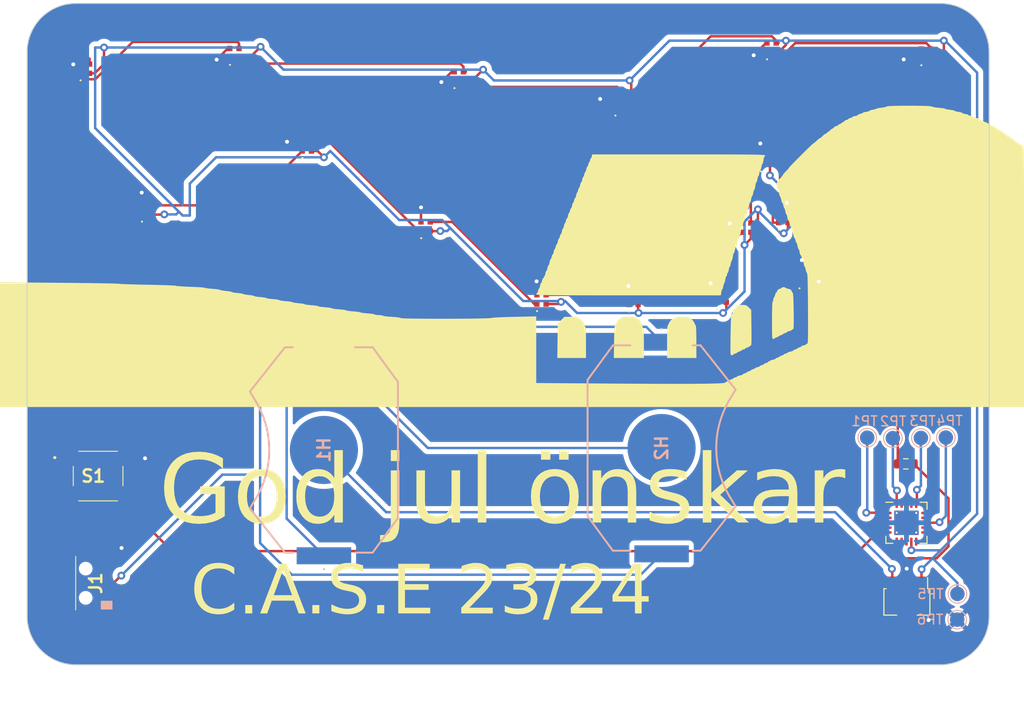
<source format=kicad_pcb>
(kicad_pcb (version 20221018) (generator pcbnew)
  (layers (0 "F.Cu" signal) (31 "B.Cu" signal) (34 "B.Paste" user) (35 "F.Paste" user) (36 "B.SilkS" user "B.Silkscreen") (37 "F.SilkS" user "F.Silkscreen") (38 "B.Mask" user) (39 "F.Mask" user) (44 "Edge.Cuts" user))
  (net 0 "")
  (net 1 "Net-(D1-DOUT)")
  (net 2 "GND")
  (net 3 "Net-(D2-DOUT)")
  (net 4 "Net-(D3-DOUT)")
  (net 5 "Net-(D4-DOUT)")
  (net 6 "Net-(D5-DOUT)")
  (net 7 "Net-(D6-DOUT)")
  (net 8 "Net-(D7-DOUT)")
  (net 9 "Net-(D8-DOUT)")
  (net 10 "Net-(D10-DIN)")
  (net 11 "Net-(D10-DOUT)")
  (net 12 "Net-(D11-DOUT)")
  (net 13 "Net-(D12-DOUT)")
  (net 14 "Net-(D13-DOUT)")
  (net 15 "Net-(D14-DOUT)")
  (net 16 "Net-(D15-DOUT)")
  (net 17 "+6V")
  (net 25 "Net-(U1-PA4)")
  (net 28 "Net-(U1-~{RESET}{slash}PB3)")
  (net 32 "Net-(U1-PA6)")
  (net 38 "Net-(D1-DIN)")
  (net 39 "Net-(U2-IN)")
  (net 40 "Net-(H1-Pad2)")
  (net 41 "Net-(J1-COM)")
  (net 42 "Net-(U1-AREF{slash}PA0)")
  (net 43 "Net-(S1-NO_1)")
  (net 44 "Net-(U1-PA5)")
  (footprint "Library:SK6805EC15" (layer "F.Cu") (at 149.020075 86.619201)
    (fp_text reference "D14" hide)
    (fp_text value "SK6805" hide)
    (pad "1" smd rect (at -0.475 0.475 90) (size 0.55 0.55) (layers "F.Cu" "F.Paste" "F.Mask") (net 14 "Net-(D13-DOUT)"))
    (pad "2" smd rect (at 0.475 0.475 90) (size 0.55 0.55) (layers "F.Cu" "F.Paste" "F.Mask") (net 17 "+6V"))
    (pad "3" smd rect (at 0.475 -0.475 90) (size 0.55 0.55) (layers "F.Cu" "F.Paste" "F.Mask") (net 15 "Net-(D14-DOUT)"))
    (pad "4" smd rect (at -0.475 -0.475 90) (size 0.55 0.55) (layers "F.Cu" "F.Paste" "F.Mask") (net 2 "GND"))
  )
  (footprint "Library:SK6805EC15" (layer "F.Cu") (at 144.538947 100.789957)
    (fp_text reference "D12" hide)
    (fp_text value "SK6805" hide)
    (pad "1" smd rect (at -0.475 0.475 90) (size 0.55 0.55) (layers "F.Cu" "F.Paste" "F.Mask") (net 12 "Net-(D11-DOUT)"))
    (pad "2" smd rect (at 0.475 0.475 90) (size 0.55 0.55) (layers "F.Cu" "F.Paste" "F.Mask") (net 17 "+6V"))
    (pad "3" smd rect (at 0.475 -0.475 90) (size 0.55 0.55) (layers "F.Cu" "F.Paste" "F.Mask") (net 13 "Net-(D12-DOUT)"))
    (pad "4" smd rect (at -0.475 -0.475 90) (size 0.55 0.55) (layers "F.Cu" "F.Paste" "F.Mask") (net 2 "GND"))
  )
  (footprint "Resistor_SMD:R_0603_1608Metric" (layer "F.Cu") (at 163.444654 117.873176 180)
    (fp_text reference "R1" hide)
    (fp_text value "470" hide)
    (pad "1" smd roundrect (at -0.825 0 180) (size 0.8 0.95) (layers "F.Cu" "F.Paste" "F.Mask") (net 42 "Net-(U1-AREF{slash}PA0)"))
    (pad "2" smd roundrect (at 0.825 0 180) (size 0.8 0.95) (layers "F.Cu" "F.Paste" "F.Mask") (net 38 "Net-(D1-DIN)"))
  )
  (footprint "Package_TO_SOT_SMD:SOT-89-3" (layer "F.Cu") (at 163.554247 132.054485 -90)
    (fp_text reference "U2" hide)
    (fp_text value "L78L05_SOT89" hide)
    (pad "1" smd rect (at -1.95 -1.5 270) (size 1.3 0.9) (layers "F.Cu" "F.Paste" "F.Mask") (net 17 "+6V"))
    (pad "2" smd custom (at -1.8625 0 270) (size 1.475 0.9) (layers "F.Cu" "F.Paste" "F.Mask") (net 2 "GND") (options (clearance outline) (anchor rect)) (primitives (gr_poly (pts (xy 3.8625 0.8665) (xy 0.7375 0.8665) (xy 0.7375 -0.8665) (xy 3.8625 -0.8665)) (width 0) (fill yes))))
    (pad "3" smd rect (at -1.95 1.5 270) (size 1.3 0.9) (layers "F.Cu" "F.Paste" "F.Mask") (net 39 "Net-(U2-IN)"))
  )
  (footprint "Library:SK3296S01L1" (layer "F.Cu") (at 80.474644 130.139317 -90)
    (fp_text reference "J1" (at 0 0.225 -90) (layer "F.SilkS") (effects (font (size 1.27 1.27) (thickness 0.254))))
    (fp_text value "SK-3296S-01-L1" hide)
    (pad "" np_thru_hole circle (at -1.5 1.25 270) (size 0.9 0.9) (drill 0.9) (layers "*.Cu" "*.Mask"))
    (pad "" np_thru_hole circle (at 1.5 1.25 270) (size 0.9 0.9) (drill 0.9) (layers "*.Cu" "*.Mask"))
    (pad "1" smd rect (at -2.25 -0.9 270) (size 0.9 1.2) (layers "F.Cu" "F.Paste" "F.Mask") (net 2 "GND"))
    (pad "2" smd rect (at 0.704838 -0.882602 270) (size 0.9 1.2) (layers "F.Cu" "F.Paste" "F.Mask") (net 41 "Net-(J1-COM)"))
    (pad "3" smd rect (at 2.25 -0.9 270) (size 0.9 1.2) (layers "F.Cu" "F.Paste" "B.SilkS" "F.Mask"))
    (pad "MP1" smd rect (at -3.8 0.15 270) (size 0.8 0.9) (layers "F.Cu" "F.Paste" "F.Mask"))
    (pad "MP2" smd rect (at 3.8 0.15 270) (size 0.8 0.9) (layers "F.Cu" "F.Paste" "F.Mask"))
    (pad "MP3" smd rect (at 3.8 2.35 270) (size 0.8 0.9) (layers "F.Cu" "F.Paste" "F.Mask"))
    (pad "MP4" smd rect (at -3.8 2.35 270) (size 0.8 0.9) (layers "F.Cu" "F.Paste" "F.Mask"))
  )
  (footprint "Library:SK6805EC15" (layer "F.Cu") (at 114.130595 93.480523)
    (fp_text reference "D9" hide)
    (fp_text value "SK6805" hide)
    (pad "1" smd rect (at -0.475 0.475 90) (size 0.55 0.55) (layers "F.Cu" "F.Paste" "F.Mask") (net 9 "Net-(D8-DOUT)"))
    (pad "2" smd rect (at 0.475 0.475 90) (size 0.55 0.55) (layers "F.Cu" "F.Paste" "F.Mask") (net 17 "+6V"))
    (pad "3" smd rect (at 0.475 -0.475 90) (size 0.55 0.55) (layers "F.Cu" "F.Paste" "F.Mask") (net 10 "Net-(D10-DIN)"))
    (pad "4" smd rect (at -0.475 -0.475 90) (size 0.55 0.55) (layers "F.Cu" "F.Paste" "F.Mask") (net 2 "GND"))
  )
  (footprint "Library:SK6805EC15" (layer "F.Cu") (at 149.653278 75.098155)
    (fp_text reference "D2" hide)
    (fp_text value "SK6805" hide)
    (pad "1" smd rect (at -0.475 0.475 90) (size 0.55 0.55) (layers "F.Cu" "F.Paste" "F.Mask") (net 1 "Net-(D1-DOUT)"))
    (pad "2" smd rect (at 0.475 0.475 90) (size 0.55 0.55) (layers "F.Cu" "F.Paste" "F.Mask") (net 17 "+6V"))
    (pad "3" smd rect (at 0.475 -0.475 90) (size 0.55 0.55) (layers "F.Cu" "F.Paste" "F.Mask") (net 3 "Net-(D2-DOUT)"))
    (pad "4" smd rect (at -0.475 -0.475 90) (size 0.55 0.55) (layers "F.Cu" "F.Paste" "F.Mask") (net 2 "GND"))
  )
  (footprint "Library:SK6805EC15" (layer "F.Cu") (at 150.864617 92.606466)
    (fp_text reference "D15" hide)
    (fp_text value "SK6805" hide)
    (pad "1" smd rect (at -0.475 0.475 90) (size 0.55 0.55) (layers "F.Cu" "F.Paste" "F.Mask") (net 15 "Net-(D14-DOUT)"))
    (pad "2" smd rect (at 0.475 0.475 90) (size 0.55 0.55) (layers "F.Cu" "F.Paste" "F.Mask") (net 17 "+6V"))
    (pad "3" smd rect (at 0.475 -0.475 90) (size 0.55 0.55) (layers "F.Cu" "F.Paste" "F.Mask") (net 16 "Net-(D15-DOUT)"))
    (pad "4" smd rect (at -0.475 -0.475 90) (size 0.55 0.55) (layers "F.Cu" "F.Paste" "F.Mask") (net 2 "GND"))
  )
  (footprint "Library:SK6805EC15" (layer "F.Cu") (at 101.935621 85.2467)
    (fp_text reference "D8" hide)
    (fp_text value "SK6805" hide)
    (pad "1" smd rect (at -0.475 0.475 90) (size 0.55 0.55) (layers "F.Cu" "F.Paste" "F.Mask") (net 8 "Net-(D7-DOUT)"))
    (pad "2" smd rect (at 0.475 0.475 90) (size 0.55 0.55) (layers "F.Cu" "F.Paste" "F.Mask") (net 17 "+6V"))
    (pad "3" smd rect (at 0.475 -0.475 90) (size 0.55 0.55) (layers "F.Cu" "F.Paste" "F.Mask") (net 9 "Net-(D8-DOUT)"))
    (pad "4" smd rect (at -0.475 -0.475 90) (size 0.55 0.55) (layers "F.Cu" "F.Paste" "F.Mask") (net 2 "GND"))
  )
  (footprint "gra:wwwwwwwwwwwwwwwwww" (layer "F.Cu") (at 122.974251 90.687729)
    (fp_text reference "G***" hide)
    (fp_text value "LOGO" hide)
  )
  (footprint "Package_DFN_QFN:QFN-20-1EP_4x4mm_P0.5mm_EP2.5x2.5mm_ThermalVias" (layer "F.Cu") (at 163.51041 123.922699)
    (fp_text reference "U1" hide)
    (fp_text value "ATtiny44A-M" hide)
    (pad "1" smd roundrect (at -1.9375 -1) (size 0.825 0.25) (layers "F.Cu" "F.Paste" "F.Mask") (net 25 "Net-(U1-PA4)"))
    (pad "2" smd roundrect (at -1.9375 -0.5) (size 0.825 0.25) (layers "F.Cu" "F.Paste" "F.Mask"))
    (pad "3" smd roundrect (at -1.9375 0) (size 0.825 0.25) (layers "F.Cu" "F.Paste" "F.Mask"))
    (pad "4" smd roundrect (at -1.9375 0.5) (size 0.825 0.25) (layers "F.Cu" "F.Paste" "F.Mask") (net 43 "Net-(S1-NO_1)"))
    (pad "5" smd roundrect (at -1.9375 1) (size 0.825 0.25) (layers "F.Cu" "F.Paste" "F.Mask") (net 42 "Net-(U1-AREF{slash}PA0)"))
    (pad "6" smd roundrect (at -1 1.9375) (size 0.25 0.825) (layers "F.Cu" "F.Paste" "F.Mask"))
    (pad "7" smd roundrect (at -0.5 1.9375) (size 0.25 0.825) (layers "F.Cu" "F.Paste" "F.Mask"))
    (pad "8" smd roundrect (at 0 1.9375) (size 0.25 0.825) (layers "F.Cu" "F.Paste" "F.Mask") (net 2 "GND"))
    (pad "9" smd roundrect (at 0.5 1.9375) (size 0.25 0.825) (layers "F.Cu" "F.Paste" "F.Mask") (net 17 "+6V"))
    (pad "10" smd roundrect (at 1 1.9375) (size 0.25 0.825) (layers "F.Cu" "F.Paste" "F.Mask"))
    (pad "11" smd roundrect (at 1.9375 1) (size 0.825 0.25) (layers "F.Cu" "F.Paste" "F.Mask"))
    (pad "12" smd roundrect (at 1.9375 0.5) (size 0.825 0.25) (layers "F.Cu" "F.Paste" "F.Mask"))
    (pad "13" smd roundrect (at 1.9375 0) (size 0.825 0.25) (layers "F.Cu" "F.Paste" "F.Mask") (net 28 "Net-(U1-~{RESET}{slash}PB3)"))
    (pad "14" smd roundrect (at 1.9375 -0.5) (size 0.825 0.25) (layers "F.Cu" "F.Paste" "F.Mask"))
    (pad "15" smd roundrect (at 1.9375 -1) (size 0.825 0.25) (layers "F.Cu" "F.Paste" "F.Mask"))
    (pad "16" smd roundrect (at 1 -1.9375) (size 0.25 0.825) (layers "F.Cu" "F.Paste" "F.Mask") (net 32 "Net-(U1-PA6)"))
    (pad "17" smd roundrect (at 0.5 -1.9375) (size 0.25 0.825) (layers "F.Cu" "F.Paste" "F.Mask"))
    (pad "18" smd roundrect (at 0 -1.9375) (size 0.25 0.825) (layers "F.Cu" "F.Paste" "F.Mask"))
    (pad "19" smd roundrect (at -0.5 -1.9375) (size 0.25 0.825) (layers "F.Cu" "F.Paste" "F.Mask"))
    (pad "20" smd roundrect (at -1 -1.9375) (size 0.25 0.825) (layers "F.Cu" "F.Paste" "F.Mask") (net 44 "Net-(U1-PA5)"))
    (pad "21" thru_hole circle (at -1 -1) (size 0.5 0.5) (drill 0.2) (layers "*.Cu") (net 2 "GND"))
    (pad "21" thru_hole circle (at -1 1) (size 0.5 0.5) (drill 0.2) (layers "*.Cu") (net 2 "GND"))
    (pad "21" smd rect (at 0 0) (size 2.5 2.5) (layers "F.Cu" "F.Mask") (net 2 "GND"))
    (pad "21" smd rect (at 0 0) (size 2.5 2.5) (layers "B.Cu") (net 2 "GND"))
    (pad "21" thru_hole circle (at 1 -1) (size 0.5 0.5) (drill 0.2) (layers "*.Cu") (net 2 "GND"))
    (pad "21" thru_hole circle (at 1 1) (size 0.5 0.5) (drill 0.2) (layers "*.Cu") (net 2 "GND"))
  )
  (footprint "Library:SK6805EC15" (layer "F.Cu") (at 134.070128 80.8776)
    (fp_text reference "D3" hide)
    (fp_text value "SK6805" hide)
    (pad "1" smd rect (at -0.475 0.475 90) (size 0.55 0.55) (layers "F.Cu" "F.Paste" "F.Mask") (net 3 "Net-(D2-DOUT)"))
    (pad "2" smd rect (at 0.475 0.475 90) (size 0.55 0.55) (layers "F.Cu" "F.Paste" "F.Mask") (net 17 "+6V"))
    (pad "3" smd rect (at 0.475 -0.475 90) (size 0.55 0.55) (layers "F.Cu" "F.Paste" "F.Mask") (net 4 "Net-(D3-DOUT)"))
    (pad "4" smd rect (at -0.475 -0.475 90) (size 0.55 0.55) (layers "F.Cu" "F.Paste" "F.Mask") (net 2 "GND"))
  )
  (footprint "Library:SK6805EC15" (layer "F.Cu") (at 94.493551 75.660598)
    (fp_text reference "D5" hide)
    (fp_text value "SK6805" hide)
    (pad "1" smd rect (at -0.475 0.475 90) (size 0.55 0.55) (layers "F.Cu" "F.Paste" "F.Mask") (net 5 "Net-(D4-DOUT)"))
    (pad "2" smd rect (at 0.475 0.475 90) (size 0.55 0.55) (layers "F.Cu" "F.Paste" "F.Mask") (net 17 "+6V"))
    (pad "3" smd rect (at 0.475 -0.475 90) (size 0.55 0.55) (layers "F.Cu" "F.Paste" "F.Mask") (net 6 "Net-(D5-DOUT)"))
    (pad "4" smd rect (at -0.475 -0.475 90) (size 0.55 0.55) (layers "F.Cu" "F.Paste" "F.Mask") (net 2 "GND"))
  )
  (footprint "Library:SK6805EC15" (layer "F.Cu") (at 126.029939 100.9718)
    (fp_text reference "D10" hide)
    (fp_text value "SK6805" hide)
    (pad "1" smd rect (at -0.475 0.475 90) (size 0.55 0.55) (layers "F.Cu" "F.Paste" "F.Mask") (net 10 "Net-(D10-DIN)"))
    (pad "2" smd rect (at 0.475 0.475 90) (size 0.55 0.55) (layers "F.Cu" "F.Paste" "F.Mask") (net 17 "+6V"))
    (pad "3" smd rect (at 0.475 -0.475 90) (size 0.55 0.55) (layers "F.Cu" "F.Paste" "F.Mask") (net 11 "Net-(D10-DOUT)"))
    (pad "4" smd rect (at -0.475 -0.475 90) (size 0.55 0.55) (layers "F.Cu" "F.Paste" "F.Mask") (net 2 "GND"))
  )
  (footprint "Library:SK6805EC15" (layer "F.Cu") (at 165.493092 75.711875)
    (fp_text reference "D1" hide)
    (fp_text value "SK6805" hide)
    (pad "1" smd rect (at -0.475 0.475 90) (size 0.55 0.55) (layers "F.Cu" "F.Paste" "F.Mask") (net 38 "Net-(D1-DIN)"))
    (pad "2" smd rect (at 0.475 0.475 90) (size 0.55 0.55) (layers "F.Cu" "F.Paste" "F.Mask") (net 17 "+6V"))
    (pad "3" smd rect (at 0.475 -0.475 90) (size 0.55 0.55) (layers "F.Cu" "F.Paste" "F.Mask") (net 1 "Net-(D1-DOUT)"))
    (pad "4" smd rect (at -0.475 -0.475 90) (size 0.55 0.55) (layers "F.Cu" "F.Paste" "F.Mask") (net 2 "GND"))
  )
  (footprint "Library:TS1187ABAB" (layer "F.Cu") (at 80.499405 119.124277)
    (fp_text reference "S1" (at -0.5 0) (layer "F.SilkS") (effects (font (size 1.27 1.27) (thickness 0.254))))
    (fp_text value "TS-1187A-B-A-B" hide)
    (pad "A1" smd rect (at -3 -1.875 90) (size 0.75 1) (layers "F.Cu" "F.Paste" "F.Mask") (net 2 "GND"))
    (pad "B1" smd rect (at 3 -1.875 90) (size 0.75 1) (layers "F.Cu" "F.Paste" "F.Mask") (net 2 "GND"))
    (pad "C1" smd rect (at -3 1.875 90) (size 0.75 1) (layers "F.Cu" "F.Paste" "F.Mask") (net 43 "Net-(S1-NO_1)"))
    (pad "D1" smd rect (at 3 1.875 90) (size 0.75 1) (layers "F.Cu" "F.Paste" "F.Mask") (net 43 "Net-(S1-NO_1)"))
  )
  (footprint "Library:SK6805EC15" (layer "F.Cu") (at 85.452863 91.778432)
    (fp_text reference "D7" hide)
    (fp_text value "SK6805" hide)
    (pad "1" smd rect (at -0.475 0.475 90) (size 0.55 0.55) (layers "F.Cu" "F.Paste" "F.Mask") (net 7 "Net-(D6-DOUT)"))
    (pad "2" smd rect (at 0.475 0.475 90) (size 0.55 0.55) (layers "F.Cu" "F.Paste" "F.Mask") (net 17 "+6V"))
    (pad "3" smd rect (at 0.475 -0.475 90) (size 0.55 0.55) (layers "F.Cu" "F.Paste" "F.Mask") (net 8 "Net-(D7-DOUT)"))
    (pad "4" smd rect (at -0.475 -0.475 90) (size 0.55 0.55) (layers "F.Cu" "F.Paste" "F.Mask") (net 2 "GND"))
  )
  (footprint "Library:SK6805EC15" (layer "F.Cu") (at 147.055928 93.593768)
    (fp_text reference "D13" hide)
    (fp_text value "SK6805" hide)
    (pad "1" smd rect (at -0.475 0.475 90) (size 0.55 0.55) (layers "F.Cu" "F.Paste" "F.Mask") (net 13 "Net-(D12-DOUT)"))
    (pad "2" smd rect (at 0.475 0.475 90) (size 0.55 0.55) (layers "F.Cu" "F.Paste" "F.Mask") (net 17 "+6V"))
    (pad "3" smd rect (at 0.475 -0.475 90) (size 0.55 0.55) (layers "F.Cu" "F.Paste" "F.Mask") (net 14 "Net-(D13-DOUT)"))
    (pad "4" smd rect (at -0.475 -0.475 90) (size 0.55 0.55) (layers "F.Cu" "F.Paste" "F.Mask") (net 2 "GND"))
  )
  (footprint "Library:SK6805EC15" (layer "F.Cu") (at 117.541637 78.057412)
    (fp_text reference "D4" hide)
    (fp_text value "SK6805" hide)
    (pad "1" smd rect (at -0.475 0.475 90) (size 0.55 0.55) (layers "F.Cu" "F.Paste" "F.Mask") (net 4 "Net-(D3-DOUT)"))
    (pad "2" smd rect (at 0.475 0.475 90) (size 0.55 0.55) (layers "F.Cu" "F.Paste" "F.Mask") (net 17 "+6V"))
    (pad "3" smd rect (at 0.475 -0.475 90) (size 0.55 0.55) (layers "F.Cu" "F.Paste" "F.Mask") (net 5 "Net-(D4-DOUT)"))
    (pad "4" smd rect (at -0.475 -0.475 90) (size 0.55 0.55) (layers "F.Cu" "F.Paste" "F.Mask") (net 2 "GND"))
  )
  (footprint "Library:SK6805EC15" (layer "F.Cu") (at 79.148571 77.260787)
    (fp_text reference "D6" hide)
    (fp_text value "SK6805" hide)
    (pad "1" smd rect (at -0.475 0.475 90) (size 0.55 0.55) (layers "F.Cu" "F.Paste" "F.Mask") (net 6 "Net-(D5-DOUT)"))
    (pad "2" smd rect (at 0.475 0.475 90) (size 0.55 0.55) (layers "F.Cu" "F.Paste" "F.Mask") (net 17 "+6V"))
    (pad "3" smd rect (at 0.475 -0.475 90) (size 0.55 0.55) (layers "F.Cu" "F.Paste" "F.Mask") (net 7 "Net-(D6-DOUT)"))
    (pad "4" smd rect (at -0.475 -0.475 90) (size 0.55 0.55) (layers "F.Cu" "F.Paste" "F.Mask") (net 2 "GND"))
  )
  (footprint "Library:SK6805EC15" (layer "F.Cu") (at 152.975158 98.63382)
    (fp_text reference "D16" hide)
    (fp_text value "SK6805" hide)
    (pad "1" smd rect (at -0.475 0.475 90) (size 0.55 0.55) (layers "F.Cu" "F.Paste" "F.Mask") (net 16 "Net-(D15-DOUT)"))
    (pad "2" smd rect (at 0.475 0.475 90) (size 0.55 0.55) (layers "F.Cu" "F.Paste" "F.Mask") (net 17 "+6V"))
    (pad "3" smd rect (at 0.475 -0.475 90) (size 0.55 0.55) (layers "F.Cu" "F.Paste" "F.Mask"))
    (pad "4" smd rect (at -0.475 -0.475 90) (size 0.55 0.55) (layers "F.Cu" "F.Paste" "F.Mask") (net 2 "GND"))
  )
  (footprint "Library:SK6805EC15" (layer "F.Cu") (at 135.479275 101.010766)
    (fp_text reference "D11" hide)
    (fp_text value "SK6805" hide)
    (pad "1" smd rect (at -0.475 0.475 90) (size 0.55 0.55) (layers "F.Cu" "F.Paste" "F.Mask") (net 11 "Net-(D10-DOUT)"))
    (pad "2" smd rect (at 0.475 0.475 90) (size 0.55 0.55) (layers "F.Cu" "F.Paste" "F.Mask") (net 17 "+6V"))
    (pad "3" smd rect (at 0.475 -0.475 90) (size 0.55 0.55) (layers "F.Cu" "F.Paste" "F.Mask") (net 12 "Net-(D11-DOUT)"))
    (pad "4" smd rect (at -0.475 -0.475 90) (size 0.55 0.55) (layers "F.Cu" "F.Paste" "F.Mask") (net 2 "GND"))
  )
  (footprint "TestPoint:TestPoint_Pad_D1.5mm" (layer "B.Cu") (at 162.113832 115.229697 180)
    (fp_text reference "TP2" (at -0.027766 1.728335) (layer "B.SilkS") (effects (justify mirror)))
    (fp_text value "TestPoint2" hide)
    (pad "1" smd circle (at 0 0 180) (size 1.5 1.5) (layers "B.Cu" "B.Mask") (net 44 "Net-(U1-PA5)"))
  )
  (footprint "TestPoint:TestPoint_Pad_D1.5mm" (layer "B.Cu") (at 164.99199 115.209818 180)
    (fp_text reference "TP3" (at -0.176132 1.739183) (layer "B.SilkS") (effects (justify mirror)))
    (fp_text value "TestPoint3" hide)
    (pad "1" smd circle (at 0 0 180) (size 1.5 1.5) (layers "B.Cu" "B.Mask") (net 32 "Net-(U1-PA6)"))
  )
  (footprint "TestPoint:TestPoint_Pad_D1.5mm" (layer "B.Cu") (at 159.481769 115.179092 180)
    (fp_text reference "TP1" (at 0.274518 1.693093) (layer "B.SilkS") (effects (justify mirror)))
    (fp_text value "TestPoint1" hide)
    (pad "1" smd circle (at 0 0 180) (size 1.5 1.5) (layers "B.Cu" "B.Mask") (net 25 "Net-(U1-PA4)"))
  )
  (footprint "TestPoint:TestPoint_Pad_D1.5mm" (layer "B.Cu") (at 168.723366 133.881067 180)
    (fp_text reference "TP6" (at 2.78709 0.008275) (layer "B.SilkS") (effects (justify mirror)))
    (fp_text value "TestPoint6" hide)
    (pad "1" smd circle (at 0 0 180) (size 1.5 1.5) (layers "B.Cu" "B.Mask") (net 2 "GND"))
  )
  (footprint "Library:MY203208" (layer "B.Cu") (at 103.688766 116.441816 90)
    (fp_text reference "H1" (at 0 0 90) (layer "B.SilkS") (effects (font (size 1.27 1.27) (thickness 0.254)) (justify mirror)))
    (fp_text value "MY-2032-08" hide)
    (pad "1" smd circle (at 0 0 90) (size 7 7) (layers "B.Cu" "B.Paste" "B.Mask") (net 39 "Net-(U2-IN)"))
    (pad "2" smd rect (at -10.875 0 90) (size 1.75 5.6) (layers "B.Cu" "B.Paste" "B.Mask") (net 40 "Net-(H1-Pad2)"))
    (pad "2" smd rect (at 10.875 0 90) (size 1.75 5.6) (layers "B.Cu" "B.Paste" "B.Mask") (net 40 "Net-(H1-Pad2)"))
  )
  (footprint "TestPoint:TestPoint_Pad_D1.5mm" (layer "B.Cu") (at 168.74385 131.234067 180)
    (fp_text reference "TP5" (at 2.761485 -0.01164) (layer "B.SilkS") (effects (justify mirror)))
    (fp_text value "TestPoint5" hide)
    (pad "1" smd circle (at 0 0 180) (size 1.5 1.5) (layers "B.Cu" "B.Mask") (net 17 "+6V"))
  )
  (footprint "TestPoint:TestPoint_Pad_D1.5mm" (layer "B.Cu") (at 167.552501 115.16885 180)
    (fp_text reference "TP4" (at -0.380974 1.728941) (layer "B.SilkS") (effects (justify mirror)))
    (fp_text value "TestPoint4" hide)
    (pad "1" smd circle (at 0 0 180) (size 1.5 1.5) (layers "B.Cu" "B.Mask") (net 28 "Net-(U1-~{RESET}{slash}PB3)"))
  )
  (footprint "Library:MY203208" (layer "B.Cu") (at 138.364228 116.242865 -90)
    (fp_text reference "H2" (at 0 0 90) (layer "B.SilkS") (effects (font (size 1.27 1.27) (thickness 0.254)) (justify mirror)))
    (fp_text value "MY-2032-08" hide)
    (pad "1" smd circle (at 0 0 270) (size 7 7) (layers "B.Cu" "B.Paste" "B.Mask") (net 40 "Net-(H1-Pad2)"))
    (pad "2" smd rect (at -10.875 0 270) (size 1.75 5.6) (layers "B.Cu" "B.Paste" "B.Mask") (net 41 "Net-(J1-COM)"))
    (pad "2" smd rect (at 10.875 0 270) (size 1.75 5.6) (layers "B.Cu" "B.Paste" "B.Mask") (net 41 "Net-(J1-COM)"))
  )
  (gr_arc (start 73.202279 75.548154) (mid 74.666746 72.012621) (end 78.202279 70.548154) (stroke (width 0.1)) (layer "Edge.Cuts"))
  (gr_line (start 73.202279 75.548154) (end 73.202279 133.519994) (stroke (width 0.1)) (layer "Edge.Cuts"))
  (gr_arc (start 78.202279 138.519994) (mid 74.666758 137.055523) (end 73.202279 133.519994) (stroke (width 0.1)) (layer "Edge.Cuts"))
  (gr_line (start 167.009027 70.548154) (end 78.202279 70.548154) (stroke (width 0.1)) (layer "Edge.Cuts"))
  (gr_arc (start 172.009027 133.519994) (mid 170.544568 137.055549) (end 167.009027 138.519994) (stroke (width 0.1)) (layer "Edge.Cuts"))
  (gr_arc (start 167.009027 70.548154) (mid 170.544522 72.012635) (end 172.009027 75.548154) (stroke (width 0.1)) (layer "Edge.Cuts"))
  (gr_line (start 172.009027 133.519994) (end 172.009027 75.548154) (stroke (width 0.1)) (layer "Edge.Cuts"))
  (gr_line (start 78.202279 138.519994) (end 167.009027 138.519994) (stroke (width 0.1)) (layer "Edge.Cuts"))
  (gr_text "C.A.S.E 23/24" (at 89.977554 134.0892) (layer "F.SilkS") (effects (font (size 5 5)) (justify left bottom)))
  (gr_text "God jul önskar" (at 121.977554 125.0892) (layer "F.SilkS") (effects (font (size 7 7)) (justify bottom)))
  (segment (start 149.178278 76.138845) (end 149.178278 75.573155) (width 0.25) (layer "F.Cu") (net 1))
  (segment (start 152.082905 74.636875) (end 150.546625 76.173155) (width 0.25) (layer "F.Cu") (net 1))
  (segment (start 165.968092 75.052367) (end 165.5526 74.636875) (width 0.25) (layer "F.Cu") (net 1))
  (segment (start 165.968092 75.236875) (end 165.968092 75.052367) (width 0.25) (layer "F.Cu") (net 1))
  (segment (start 149.212588 76.173155) (end 149.178278 76.138845) (width 0.25) (layer "F.Cu") (net 1))
  (segment (start 165.5526 74.636875) (end 152.082905 74.636875) (width 0.25) (layer "F.Cu") (net 1))
  (segment (start 150.546625 76.173155) (end 149.212588 76.173155) (width 0.25) (layer "F.Cu") (net 1))
  (segment (start 133.595128 80.4026) (end 132.084008 80.4026) (width 0.25) (layer "F.Cu") (net 2))
  (segment (start 83.499405 117.249277) (end 85.270627 117.249277) (width 0.25) (layer "F.Cu") (net 2))
  (segment (start 149.083089 74.623155) (end 147.824793 75.881451) (width 0.25) (layer "F.Cu") (net 2))
  (segment (start 152.500158 97.203178) (end 152.770079 96.933257) (width 0.25) (layer "F.Cu") (net 2))
  (segment (start 113.655595 93.005523) (end 113.655595 91.523) (width 0.25) (layer "F.Cu") (net 2))
  (segment (start 149.178278 74.623155) (end 149.083089 74.623155) (width 0.25) (layer "F.Cu") (net 2))
  (segment (start 99.904356 84.7717) (end 99.900167 84.767511) (width 0.25) (layer "F.Cu") (net 2))
  (segment (start 144.063947 99.963593) (end 143.403227 99.302873) (width 0.25) (layer "F.Cu") (net 2))
  (segment (start 148.545075 84.98983) (end 148.503053 84.947808) (width 0.25) (layer "F.Cu") (net 2))
  (segment (start 93.813423 75.185598) (end 92.671121 76.3279) (width 0.25) (layer "F.Cu") (net 2))
  (segment (start 78.673571 76.785787) (end 77.981284 76.785787) (width 0.25) (layer "F.Cu") (net 2))
  (segment (start 77.981284 76.785787) (end 77.948335 76.818736) (width 0.25) (layer "F.Cu") (net 2))
  (segment (start 81.374644 127.889317) (end 81.533126 127.889317) (width 0.25) (layer "F.Cu") (net 2))
  (segment (start 152.500158 98.15882) (end 152.500158 97.203178) (width 0.25) (layer "F.Cu") (net 2))
  (segment (start 145.397576 93.118768) (end 145.35215 93.164194) (width 0.25) (layer "F.Cu") (net 2))
  (segment (start 132.084008 80.4026) (end 132.05311 80.371702) (width 0.25) (layer "F.Cu") (net 2))
  (segment (start 81.533126 127.889317) (end 82.907011 126.515432) (width 0.25) (layer "F.Cu") (net 2))
  (segment (start 113.655595 91.523) (end 113.662829 91.515766) (width 0.25) (layer "F.Cu") (net 2))
  (segment (start 135.004275 99.635442) (end 134.963616 99.594783) (width 0.25) (layer "F.Cu") (net 2))
  (segment (start 163.51041 125.860199) (end 163.51041 123.922699) (width 0.25) (layer "F.Cu") (net 2))
  (segment (start 77.499405 117.249277) (end 83.499405 117.249277) (width 0.25) (layer "F.Cu") (net 2))
  (segment (start 84.977863 89.996713) (end 84.978455 89.996121) (width 0.25) (layer "F.Cu") (net 2))
  (segment (start 150.389617 91.878559) (end 151.221584 91.046592) (width 0.25) (layer "F.Cu") (net 2))
  (segment (start 150.389617 92.131466) (end 150.389617 91.878559) (width 0.25) (layer "F.Cu") (net 2))
  (segment (start 164.301152 75.236875) (end 163.227298 76.310729) (width 0.25) (layer "F.Cu") (net 2))
  (segment (start 84.977863 91.303432) (end 84.977863 89.996713) (width 0.25) (layer "F.Cu") (net 2))
  (segment (start 163.554247 131.707178) (end 163.554247 130.191985) (width 0.25) (layer "F.Cu") (net 2))
  (segment (start 135.004275 100.535766) (end 135.004275 99.635442) (width 0.25) (layer "F.Cu") (net 2))
  (segment (start 94.018551 75.185598) (end 93.813423 75.185598) (width 0.25) (layer "F.Cu") (net 2))
  (segment (start 165.776691 133.929622) (end 163.554247 131.707178) (width 0.25) (layer "F.Cu") (net 2))
  (segment (start 144.063947 100.314957) (end 144.063947 99.963593) (width 0.25) (layer "F.Cu") (net 2))
  (segment (start 165.018092 75.236875) (end 164.301152 75.236875) (width 0.25) (layer "F.Cu") (net 2))
  (segment (start 146.580928 93.118768) (end 145.397576 93.118768) (width 0.25) (layer "F.Cu") (net 2))
  (segment (start 85.270627 117.249277) (end 85.318686 117.297336) (width 0.25) (layer "F.Cu") (net 2))
  (segment (start 101.460621 84.7717) (end 99.904356 84.7717) (width 0.25) (layer "F.Cu") (net 2))
  (segment (start 163.554247 128.655485) (end 163.536387 128.637625) (width 0.25) (layer "F.Cu") (net 2))
  (segment (start 125.554939 99.14085) (end 125.52808 99.113991) (width 0.25) (layer "F.Cu") (net 2))
  (segment (start 125.554939 100.4968) (end 125.554939 99.14085) (width 0.25) (layer "F.Cu") (net 2))
  (segment (start 163.554247 130.191985) (end 163.554247 128.655485) (width 0.25) (layer "F.Cu") (net 2))
  (segment (start 148.545075 86.144201) (end 148.545075 84.98983) (width 0.25) (layer "F.Cu") (net 2))
  (segment (start 117.066637 77.582412) (end 116.804127 77.582412) (width 0.25) (layer "F.Cu") (net 2))
  (segment (start 116.804127 77.582412) (end 115.749121 78.637418) (width 0.25) (layer "F.Cu") (net 2))
  (via (at 84.978455 89.996121) (size 0.8) (drill 0.4) (layers "F.Cu" "B.Cu") (net 2))
  (via (at 113.662829 91.515766) (size 0.8) (drill 0.4) (layers "F.Cu" "B.Cu") (net 2))
  (via (at 77.948335 76.818736) (size 0.8) (drill 0.4) (layers "F.Cu" "B.Cu") (net 2))
  (via (at 82.907011 126.515432) (size 0.8) (drill 0.4) (layers "F.Cu" "B.Cu") (net 2))
  (via (at 85.318686 117.297336) (size 0.8) (drill 0.4) (layers "F.Cu" "B.Cu") (net 2))
  (via (at 148.503053 84.947808) (size 0.8) (drill 0.4) (layers "F.Cu" "B.Cu") (net 2))
  (via (at 152.770079 96.933257) (size 0.8) (drill 0.4) (layers "F.Cu" "B.Cu") (net 2))
  (via (at 132.05311 80.371702) (size 0.8) (drill 0.4) (layers "F.Cu" "B.Cu") (net 2))
  (via (at 145.35215 93.164194) (size 0.8) (drill 0.4) (layers "F.Cu" "B.Cu") (net 2))
  (via (at 134.963616 99.594783) (size 0.8) (drill 0.4) (layers "F.Cu" "B.Cu") (net 2))
  (via (at 165.776691 133.929622) (size 0.8) (drill 0.4) (layers "F.Cu" "B.Cu") (net 2))
  (via (at 92.671121 76.3279) (size 0.8) (drill 0.4) (layers "F.Cu" "B.Cu") (net 2))
  (via (at 147.824793 75.881451) (size 0.8) (drill 0.4) (layers "F.Cu" "B.Cu") (net 2))
  (via (at 143.403227 99.302873) (size 0.8) (drill 0.4) (layers "F.Cu" "B.Cu") (net 2))
  (via (at 163.536387 128.637625) (size 0.8) (drill 0.4) (layers "F.Cu" "B.Cu") (net 2))
  (via (at 163.227298 76.310729) (size 0.8) (drill 0.4) (layers "F.Cu" "B.Cu") (net 2))
  (via (at 125.52808 99.113991) (size 0.8) (drill 0.4) (layers "F.Cu" "B.Cu") (net 2))
  (via (at 99.900167 84.767511) (size 0.8) (drill 0.4) (layers "F.Cu" "B.Cu") (net 2))
  (via (at 151.221584 91.046592) (size 0.8) (drill 0.4) (layers "F.Cu" "B.Cu") (net 2))
  (via (at 115.749121 78.637418) (size 0.8) (drill 0.4) (layers "F.Cu" "B.Cu") (net 2))
  (segment (start 165.825246 133.881067) (end 165.776691 133.929622) (width 0.25) (layer "B.Cu") (net 2))
  (segment (start 150.378278 74.623155) (end 150.128278 74.623155) (width 0.25) (layer "F.Cu") (net 3))
  (segment (start 149.68479 73.929667) (end 143.412343 73.929667) (width 0.25) (layer "F.Cu") (net 3))
  (segment (start 150.128278 74.623155) (end 150.128278 74.373155) (width 0.25) (layer "F.Cu") (net 3))
  (segment (start 133.879079 82.161551) (end 133.595128 81.8776) (width 0.25) (layer "F.Cu") (net 3))
  (segment (start 143.412343 73.929667) (end 135.180459 82.161551) (width 0.25) (layer "F.Cu") (net 3))
  (segment (start 133.595128 81.8776) (end 133.595128 81.3526) (width 0.25) (layer "F.Cu") (net 3))
  (segment (start 150.128278 74.373155) (end 149.68479 73.929667) (width 0.25) (layer "F.Cu") (net 3))
  (segment (start 135.180459 82.161551) (end 133.879079 82.161551) (width 0.25) (layer "F.Cu") (net 3))
  (segment (start 133.79994 79.132412) (end 117.141637 79.132412) (width 0.25) (layer "F.Cu") (net 4))
  (segment (start 117.141637 79.132412) (end 117.066637 79.057412) (width 0.25) (layer "F.Cu") (net 4))
  (segment (start 134.545128 79.8776) (end 133.79994 79.132412) (width 0.25) (layer "F.Cu") (net 4))
  (segment (start 117.066637 79.057412) (end 117.066637 78.532412) (width 0.25) (layer "F.Cu") (net 4))
  (segment (start 134.545128 80.4026) (end 134.545128 79.8776) (width 0.25) (layer "F.Cu") (net 4))
  (segment (start 118.016637 77.057412) (end 117.694823 76.735598) (width 0.25) (layer "F.Cu") (net 5))
  (segment (start 117.694823 76.735598) (end 94.153445 76.735598) (width 0.25) (layer "F.Cu") (net 5))
  (segment (start 118.016637 77.582412) (end 118.016637 77.057412) (width 0.25) (layer "F.Cu") (net 5))
  (segment (start 94.153445 76.735598) (end 94.018551 76.600704) (width 0.25) (layer "F.Cu") (net 5))
  (segment (start 94.018551 76.600704) (end 94.018551 76.135598) (width 0.25) (layer "F.Cu") (net 5))
  (segment (start 118.266637 77.582412) (end 118.016637 77.582412) (width 0.25) (layer "F.Cu") (net 5))
  (segment (start 94.968551 74.660598) (end 94.817145 74.509192) (width 0.25) (layer "F.Cu") (net 6))
  (segment (start 94.817145 74.509192) (end 84.050166 74.509192) (width 0.25) (layer "F.Cu") (net 6))
  (segment (start 80.212418 78.34694) (end 78.759724 78.34694) (width 0.25) (layer "F.Cu") (net 6))
  (segment (start 78.759724 78.34694) (end 78.673571 78.260787) (width 0.25) (layer "F.Cu") (net 6))
  (segment (start 84.050166 74.509192) (end 80.212418 78.34694) (width 0.25) (layer "F.Cu") (net 6))
  (segment (start 78.673571 78.260787) (end 78.673571 77.735787) (width 0.25) (layer "F.Cu") (net 6))
  (segment (start 94.968551 75.185598) (end 94.968551 74.660598) (width 0.25) (layer "F.Cu") (net 6))
  (segment (start 77.174176 76.568296) (end 77.174176 84.699745) (width 0.25) (layer "F.Cu") (net 7))
  (segment (start 84.727863 92.253432) (end 84.977863 92.253432) (width 0.25) (layer "F.Cu") (net 7))
  (segment (start 79.09828 75.735496) (end 78.006976 75.735496) (width 0.25) (layer "F.Cu") (net 7))
  (segment (start 79.623571 76.785787) (end 79.623571 76.260787) (width 0.25) (layer "F.Cu") (net 7))
  (segment (start 77.174176 84.699745) (end 84.727863 92.253432) (width 0.25) (layer "F.Cu") (net 7))
  (segment (start 78.006976 75.735496) (end 77.174176 76.568296) (width 0.25) (layer "F.Cu") (net 7))
  (segment (start 79.623571 76.260787) (end 79.09828 75.735496) (width 0.25) (layer "F.Cu") (net 7))
  (segment (start 95.878889 91.303432) (end 101.460621 85.7217) (width 0.25) (layer "F.Cu") (net 8))
  (segment (start 85.927863 91.303432) (end 95.878889 91.303432) (width 0.25) (layer "F.Cu") (net 8))
  (segment (start 102.410621 84.7717) (end 104.221772 84.7717) (width 0.25) (layer "F.Cu") (net 9))
  (segment (start 104.221772 84.7717) (end 113.405595 93.955523) (width 0.25) (layer "F.Cu") (net 9))
  (segment (start 113.405595 93.955523) (end 113.655595 93.955523) (width 0.25) (layer "F.Cu") (net 9))
  (segment (start 114.605595 93.005523) (end 116.863662 93.005523) (width 0.25) (layer "F.Cu") (net 10))
  (segment (start 125.304939 101.4468) (end 125.554939 101.4468) (width 0.25) (layer "F.Cu") (net 10))
  (segment (start 116.863662 93.005523) (end 125.304939 101.4468) (width 0.25) (layer "F.Cu") (net 10))
  (segment (start 126.504939 100.4968) (end 133.765309 100.4968) (width 0.25) (layer "F.Cu") (net 11))
  (segment (start 134.754275 101.485766) (end 135.004275 101.485766) (width 0.25) (layer "F.Cu") (net 11))
  (segment (start 133.765309 100.4968) (end 134.754275 101.485766) (width 0.25) (layer "F.Cu") (net 11))
  (segment (start 143.084756 100.535766) (end 143.813947 101.264957) (width 0.25) (layer "F.Cu") (net 12))
  (segment (start 135.954275 100.535766) (end 143.084756 100.535766) (width 0.25) (layer "F.Cu") (net 12))
  (segment (start 143.813947 101.264957) (end 144.063947 101.264957) (width 0.25) (layer "F.Cu") (net 12))
  (segment (start 145.013947 100.314957) (end 145.013947 95.635749) (width 0.25) (layer "F.Cu") (net 13))
  (segment (start 145.013947 95.635749) (end 146.580928 94.068768) (width 0.25) (layer "F.Cu") (net 13))
  (segment (start 147.530928 88.108348) (end 148.545075 87.094201) (width 0.25) (layer "F.Cu") (net 14))
  (segment (start 147.530928 93.118768) (end 147.530928 88.108348) (width 0.25) (layer "F.Cu") (net 14))
  (segment (start 150.020075 86.144201) (end 150.523524 86.64765) (width 0.25) (layer "F.Cu") (net 15))
  (segment (start 149.495075 86.144201) (end 150.020075 86.144201) (width 0.25) (layer "F.Cu") (net 15))
  (segment (start 149.864617 93.081466) (end 150.389617 93.081466) (width 0.25) (layer "F.Cu") (net 15))
  (segment (start 150.523524 90.797559) (end 149.789617 91.531466) (width 0.25) (layer "F.Cu") (net 15))
  (segment (start 149.789617 93.006466) (end 149.864617 93.081466) (width 0.25) (layer "F.Cu") (net 15))
  (segment (start 150.523524 86.64765) (end 150.523524 90.797559) (width 0.25) (layer "F.Cu") (net 15))
  (segment (start 149.789617 91.531466) (end 149.789617 93.006466) (width 0.25) (layer "F.Cu") (net 15))
  (segment (start 151.339617 92.131466) (end 151.589617 92.131466) (width 0.25) (layer "F.Cu") (net 16))
  (segment (start 151.900158 97.55882) (end 151.900158 98.847921) (width 0.25) (layer "F.Cu") (net 16))
  (segment (start 151.940142 97.518836) (end 151.900158 97.55882) (width 0.25) (layer "F.Cu") (net 16))
  (segment (start 152.161057 99.10882) (end 152.500158 99.10882) (width 0.25) (layer "F.Cu") (net 16))
  (segment (start 151.900158 98.847921) (end 152.161057 99.10882) (width 0.25) (layer "F.Cu") (net 16))
  (segment (start 151.589617 92.131466) (end 151.940142 92.481991) (width 0.25) (layer "F.Cu") (net 16))
  (segment (start 151.940142 92.481991) (end 151.940142 97.518836) (width 0.25) (layer "F.Cu") (net 16))
  (segment (start 145.013947 101.264957) (end 145.013947 102.026208) (width 0.25) (layer "F.Cu") (net 17))
  (segment (start 103.045096 85.7217) (end 103.690078 86.366682) (width 0.25) (layer "F.Cu") (net 17))
  (segment (start 145.013947 102.026208) (end 144.674382 102.365773) (width 0.25) (layer "F.Cu") (net 17))
  (segment (start 81.108509 76.775849) (end 81.108509 75.084343) (width 0.25) (layer "F.Cu") (net 17))
  (segment (start 114.605595 93.955523) (end 115.627463 93.955523) (width 0.25) (layer "F.Cu") (net 17))
  (segment (start 79.623571 77.735787) (end 80.148571 77.735787) (width 0.25) (layer "F.Cu") (net 17))
  (segment (start 165.054247 128.717385) (end 165.069063 128.702569) (width 0.25) (layer "F.Cu") (net 17))
  (segment (start 164.01041 125.860199) (end 164.01041 126.750408) (width 0.25) (layer "F.Cu") (net 17))
  (segment (start 151.339617 93.744683) (end 150.909156 94.175144) (width 0.25) (layer "F.Cu") (net 17))
  (segment (start 147.530928 94.068768) (end 147.530928 94.730418) (width 0.25) (layer "F.Cu") (net 17))
  (segment (start 126.504939 101.4468) (end 127.810554 101.4468) (width 0.25) (layer "F.Cu") (net 17))
  (segment (start 164.01041 126.750408) (end 164.012858 126.752856) (width 0.25) (layer "F.Cu") (net 17))
  (segment (start 85.927863 92.253432) (end 87.280076 92.253432) (width 0.25) (layer "F.Cu") (net 17))
  (segment (start 127.810554 101.4468) (end 128.036054 101.2213) (width 0.25) (layer "F.Cu") (net 17))
  (segment (start 153.450158 99.10882) (end 154.486313 99.10882) (width 0.25) (layer "F.Cu") (net 17))
  (segment (start 149.495075 87.094201) (end 149.495075 88.222808) (width 0.25) (layer "F.Cu") (net 17))
  (segment (start 118.016637 78.532412) (end 118.864636 78.532412) (width 0.25) (layer "F.Cu") (net 17))
  (segment (start 87.280076 92.253432) (end 87.298702 92.234806) (width 0.25) (layer "F.Cu") (net 17))
  (segment (start 96.055099 76.135598) (end 97.184287 75.00641) (width 0.25) (layer "F.Cu") (net 17))
  (segment (start 147.780928 94.068768) (end 147.530928 94.068768) (width 0.25) (layer "F.Cu") (net 17))
  (segment (start 154.486313 99.10882) (end 154.506508 99.129015) (width 0.25) (layer "F.Cu") (net 17))
  (segment (start 135.249085 80.898643) (end 135.249085 78.64283) (width 0.25) (layer "F.Cu") (net 17))
  (segment (start 102.410621 85.7217) (end 103.045096 85.7217) (width 0.25) (layer "F.Cu") (net 17))
  (segment (start 80.148571 77.735787) (end 81.108509 76.775849) (width 0.25) (layer "F.Cu") (net 17))
  (segment (start 150.378278 75.573155) (end 151.132381 74.819052) (width 0.25) (layer "F.Cu") (net 17))
  (segment (start 135.954275 102.324019) (end 135.996029 102.365773) (width 0.25) (layer "F.Cu") (net 17))
  (segment (start 166.493092 76.186875) (end 167.350514 75.329453) (width 0.25) (layer "F.Cu") (net 17))
  (segment (start 151.132381 74.819052) (end 151.132381 74.379704) (width 0.25) (layer "F.Cu") (net 17))
  (segment (start 165.054247 130.104485) (end 165.054247 128.717385) (width 0.25) (layer "F.Cu") (net 17))
  (segment (start 150.128278 75.573155) (end 150.378278 75.573155) (width 0.25) (layer "F.Cu") (net 17))
  (segment (start 135.249085 78.64283) (end 135.077424 78.471169) (width 0.25) (layer "F.Cu") (net 17))
  (segment (start 149.495075 88.222808) (end 149.488244 88.229639) (width 0.25) (layer "F.Cu") (net 17))
  (segment (start 148.255428 91.719722) (end 148.255428 93.594268) (width 0.25) (layer "F.Cu") (net 17))
  (segment (start 94.968551 76.135598) (end 96.055099 76.135598) (width 0.25) (layer "F.Cu") (net 17))
  (segment (start 135.954275 101.485766) (end 135.954275 102.324019) (width 0.25) (layer "F.Cu") (net 17))
  (segment (start 134.545128 81.3526) (end 134.795128 81.3526) (width 0.25) (layer "F.Cu") (net 17))
  (segment (start 134.795128 81.3526) (end 135.249085 80.898643) (width 0.25) (layer "F.Cu") (net 17))
  (segment (start 151.339617 93.081466) (end 151.339617 93.744683) (width 0.25) (layer "F.Cu") (net 17))
  (segment (start 167.350514 75.329453) (end 167.350514 74.379704) (width 0.25) (layer "F.Cu") (net 17))
  (segment (start 118.864636 78.532412) (end 120.03642 77.360628) (width 0.25) (layer "F.Cu") (net 17))
  (segment (start 148.255428 93.594268) (end 147.780928 94.068768) (width 0.25) (layer "F.Cu") (net 17))
  (segment (start 165.968092 76.186875) (end 166.493092 76.186875) (width 0.25) (layer "F.Cu") (net 17))
  (segment (start 147.530928 94.730418) (end 146.884223 95.377123) (width 0.25) (layer "F.Cu") (net 17))
  (segment (start 115.627463 93.955523) (end 115.639653 93.943333) (width 0.25) (layer "F.Cu") (net 17))
  (via (at 167.350514 74.379704) (size 0.8) (drill 0.4) (layers "F.Cu" "B.Cu") (net 17))
  (via (at 128.036054 101.2213) (size 0.8) (drill 0.4) (layers "F.Cu" "B.Cu") (net 17))
  (via (at 144.674382 102.365773) (size 0.8) (drill 0.4) (layers "F.Cu" "B.Cu") (net 17))
  (via (at 164.012858 126.752856) (size 0.8) (drill 0.4) (layers "F.Cu" "B.Cu") (net 17))
  (via (at 81.108509 75.084343) (size 0.8) (drill 0.4) (layers "F.Cu" "B.Cu") (net 17))
  (via (at 149.488244 88.229639) (size 0.8) (drill 0.4) (layers "F.Cu" "B.Cu") (net 17))
  (via (at 146.884223 95.377123) (size 0.8) (drill 0.4) (layers "F.Cu" "B.Cu") (net 17))
  (via (at 120.03642 77.360628) (size 0.8) (drill 0.4) (layers "F.Cu" "B.Cu") (net 17))
  (via (at 87.298702 92.234806) (size 0.8) (drill 0.4) (layers "F.Cu" "B.Cu") (net 17))
  (via (at 154.506508 99.129015) (size 0.8) (drill 0.4) (layers "F.Cu" "B.Cu") (net 17))
  (via (at 148.255428 91.719722) (size 0.8) (drill 0.4) (layers "F.Cu" "B.Cu") (net 17))
  (via (at 150.909156 94.175144) (size 0.8) (drill 0.4) (layers "F.Cu" "B.Cu") (net 17))
  (via (at 97.184287 75.00641) (size 0.8) (drill 0.4) (layers "F.Cu" "B.Cu") (net 17))
  (via (at 135.996029 102.365773) (size 0.8) (drill 0.4) (layers "F.Cu" "B.Cu") (net 17))
  (via (at 135.077424 78.471169) (size 0.8) (drill 0.4) (layers "F.Cu" "B.Cu") (net 17))
  (via (at 115.639653 93.943333) (size 0.8) (drill 0.4) (layers "F.Cu" "B.Cu") (net 17))
  (via (at 151.132381 74.379704) (size 0.8) (drill 0.4) (layers "F.Cu" "B.Cu") (net 17))
  (via (at 103.690078 86.366682) (size 0.8) (drill 0.4) (layers "F.Cu" "B.Cu") (net 17))
  (via (at 165.069063 128.702569) (size 0.8) (drill 0.4) (layers "F.Cu" "B.Cu") (net 17))
  (segment (start 168.74385 131.234067) (end 168.74385 130.102891) (width 0.25) (layer "B.Cu") (net 17))
  (segment (start 88.517851 92.234806) (end 88.79228 91.960377) (width 0.25) (layer "B.Cu") (net 17))
  (segment (start 166.853232 126.752856) (end 166.936004 126.835628) (width 0.25) (layer "B.Cu") (net 17))
  (segment (start 146.884223 92.966644) (end 148.131145 91.719722) (width 0.25) (layer "B.Cu") (net 17))
  (segment (start 104.334609 85.722151) (end 111.423237 92.810779) (width 0.25) (layer "B.Cu") (net 17))
  (segment (start 97.106354 75.084343) (end 81.108509 75.084343) (width 0.25) (layer "B.Cu") (net 17))
  (segment (start 97.184287 75.00641) (end 97.106354 75.084343) (width 0.25) (layer "B.Cu") (net 17))
  (segment (start 120.03642 77.360628) (end 99.538505 77.360628) (width 0.25) (layer "B.Cu") (net 17))
  (segment (start 139.168889 74.379704) (end 135.077424 78.471169) (width 0.25) (layer "B.Cu") (net 17))
  (segment (start 152.557829 91.470445) (end 154.658041 93.570657) (width 0.25) (layer "B.Cu") (net 17))
  (segment (start 121.146961 78.471169) (end 120.03642 77.360628) (width 0.25) (layer "B.Cu") (net 17))
  (segment (start 164.012858 126.752856) (end 166.853232 126.752856) (width 0.25) (layer "B.Cu") (net 17))
  (segment (start 165.069063 128.702569) (end 166.206295 127.565336) (width 0.25) (layer "B.Cu") (net 17))
  (segment (start 146.884223 95.377123) (end 146.884223 92.966644) (width 0.25) (layer "B.Cu") (net 17))
  (segment (start 89.917299 92.346418) (end 89.917299 89.068157) (width 0.25) (layer "B.Cu") (net 17))
  (segment (start 151.946584 93.137716) (end 151.946584 92.08169) (width 0.25) (layer "B.Cu") (net 17))
  (segment (start 111.423237 92.810779) (end 115.829276 92.810779) (width 0.25) (layer "B.Cu") (net 17))
  (segment (start 154.658041 93.570657) (end 154.658041 97.464457) (width 0.25) (layer "B.Cu") (net 17))
  (segment (start 144.674382 102.365773) (end 146.884223 100.155932) (width 0.25) (layer "B.Cu") (net 17))
  (segment (start 150.909156 94.175144) (end 151.946584 93.137716) (width 0.25) (layer "B.Cu") (net 17))
  (segment (start 146.884223 100.155932) (end 146.884223 95.377123) (width 0.25) (layer "B.Cu") (net 17))
  (segment (start 166.936004 126.835628) (end 170.766655 123.004977) (width 0.25) (layer "B.Cu") (net 17))
  (segment (start 135.077424 78.471169) (end 121.146961 78.471169) (width 0.25) (layer "B.Cu") (net 17))
  (segment (start 151.946584 92.08169) (end 152.557829 91.470445) (width 0.25) (layer "B.Cu") (net 17))
  (segment (start 150.586567 94.175144) (end 148.131145 91.719722) (width 0.25) (layer "B.Cu") (net 17))
  (segment (start 129.685638 102.365773) (end 135.996029 102.365773) (width 0.25) (layer "B.Cu") (net 17))
  (segment (start 167.350514 74.379704) (end 152.125194 74.379704) (width 0.25) (layer "B.Cu") (net 17))
  (segment (start 124.156534 101.138037) (end 128.457902 101.138037) (width 0.25) (layer "B.Cu") (net 17))
  (segment (start 99.538505 77.360628) (end 97.184287 75.00641) (width 0.25) (layer "B.Cu") (net 17))
  (segment (start 92.618774 86.366682) (end 103.690078 86.366682) (width 0.25) (layer "B.Cu") (net 17))
  (segment (start 152.125194 74.379704) (end 151.132381 74.379704) (width 0.25) (layer "B.Cu") (net 17))
  (segment (start 151.91088 90.652275) (end 151.91088 90.823496) (width 0.25) (layer "B.Cu") (net 17))
  (segment (start 88.79228 91.960377) (end 89.17832 92.346418) (width 0.25) (layer "B.Cu") (net 17))
  (segment (start 150.909156 94.175144) (end 150.586567 94.175144) (width 0.25) (layer "B.Cu") (net 17))
  (segment (start 166.206295 127.565336) (end 166.936004 126.835628) (width 0.25) (layer "B.Cu") (net 17))
  (segment (start 116.657043 93.638546) (end 124.156534 101.138037) (width 0.25) (layer "B.Cu") (net 17))
  (segment (start 151.91088 90.823496) (end 152.557829 91.470445) (width 0.25) (layer "B.Cu") (net 17))
  (segment (start 170.766655 123.004977) (end 170.766655 77.66843) (width 0.25) (layer "B.Cu") (net 17))
  (segment (start 149.488244 88.229639) (end 151.91088 90.652275) (width 0.25) (layer "B.Cu") (net 17))
  (segment (start 135.996029 102.365773) (end 144.674382 102.365773) (width 0.25) (layer "B.Cu") (net 17))
  (segment (start 116.352256 93.943333) (end 116.657043 93.638546) (width 0.25) (layer "B.Cu") (net 17))
  (segment (start 168.15984 75.061615) (end 167.477929 74.379704) (width 0.25) (layer "B.Cu") (net 17))
  (segment (start 154.506508 99.129015) (end 154.506508 97.61599) (width 0.25) (layer "B.Cu") (net 17))
  (segment (start 80.194966 83.363064) (end 88.79228 91.960377) (width 0.25) (layer "B.Cu") (net 17))
  (segment (start 128.457902 101.138037) (end 129.685638 102.365773) (width 0.25) (layer "B.Cu") (net 17))
  (segment (start 80.194966 75.084343) (end 80.194966 83.363064) (width 0.25) (layer "B.Cu") (net 17))
  (segment (start 89.17832 92.346418) (end 89.917299 92.346418) (width 0.25) (layer "B.Cu") (net 17))
  (segment (start 103.690078 86.366682) (end 104.334609 85.722151) (width 0.25) (layer "B.Cu") (net 17))
  (segment (start 151.132381 74.379704) (end 139.168889 74.379704) (width 0.25) (layer "B.Cu") (net 17))
  (segment (start 81.108509 75.084343) (end 80.194966 75.084343) (width 0.25) (layer "B.Cu") (net 17))
  (segment (start 168.74385 130.102891) (end 166.206295 127.565336) (width 0.25) (layer "B.Cu") (net 17))
  (segment (start 167.477929 74.379704) (end 167.350514 74.379704) (width 0.25) (layer "B.Cu") (net 17))
  (segment (start 170.766655 77.66843) (end 168.15984 75.061615) (width 0.25) (layer "B.Cu") (net 17))
  (segment (start 87.298702 92.234806) (end 88.517851 92.234806) (width 0.25) (layer "B.Cu") (net 17))
  (segment (start 115.639653 93.943333) (end 116.352256 93.943333) (width 0.25) (layer "B.Cu") (net 17))
  (segment (start 115.829276 92.810779) (end 116.657043 93.638546) (width 0.25) (layer "B.Cu") (net 17))
  (segment (start 89.917299 89.068157) (end 92.618774 86.366682) (width 0.25) (layer "B.Cu") (net 17))
  (segment (start 154.506508 97.61599) (end 154.658041 97.464457) (width 0.25) (layer "B.Cu") (net 17))
  (segment (start 161.541564 122.891353) (end 161.57291 122.922699) (width 0.25) (layer "F.Cu") (net 25))
  (segment (start 159.384469 122.891353) (end 161.541564 122.891353) (width 0.25) (layer "F.Cu") (net 25))
  (via (at 159.384469 122.891353) (size 0.8) (drill 0.4) (layers "F.Cu" "B.Cu") (net 25))
  (segment (start 159.481769 122.794053) (end 159.384469 122.891353) (width 0.25) (layer "B.Cu") (net 25))
  (segment (start 159.481769 115.179092) (end 159.481769 122.794053) (width 0.25) (layer "B.Cu") (net 25))
  (segment (start 166.848898 123.922699) (end 165.44791 123.922699) (width 0.25) (layer "F.Cu") (net 28))
  (segment (start 166.907251 123.864346) (end 166.848898 123.922699) (width 0.25) (layer "F.Cu") (net 28))
  (via (at 166.907251 123.864346) (size 0.8) (drill 0.4) (layers "F.Cu" "B.Cu") (net 28))
  (segment (start 167.552501 123.219096) (end 166.907251 123.864346) (width 0.25) (layer "B.Cu") (net 28))
  (segment (start 167.552501 115.16885) (end 167.552501 123.219096) (width 0.25) (layer "B.Cu") (net 28))
  (segment (start 164.582306 121.913303) (end 164.51041 121.985199) (width 0.25) (layer "F.Cu") (net 32))
  (segment (start 164.582306 120.535681) (end 164.582306 121.913303) (width 0.25) (layer "F.Cu") (net 32))
  (via (at 164.582306 120.535681) (size 0.8) (drill 0.4) (layers "F.Cu" "B.Cu") (net 32))
  (segment (start 164.99199 115.209818) (end 164.99199 120.125997) (width 0.25) (layer "B.Cu") (net 32))
  (segment (start 164.99199 120.125997) (end 164.582306 120.535681) (width 0.25) (layer "B.Cu") (net 32))
  (segment (start 162.619654 117.873176) (end 162.619654 84.454609) (width 0.25) (layer "F.Cu") (net 38))
  (segment (start 162.619654 84.454609) (end 165.018092 82.056171) (width 0.25) (layer "F.Cu") (net 38))
  (segment (start 165.018092 82.056171) (end 165.018092 76.186875) (width 0.25) (layer "F.Cu") (net 38))
  (segment (start 162.054247 130.104485) (end 162.054247 128.701149) (width 0.25) (layer "F.Cu") (net 39))
  (segment (start 162.054247 128.701149) (end 162.0167 128.663602) (width 0.25) (layer "F.Cu") (net 39))
  (via (at 162.0167 128.663602) (size 0.8) (drill 0.4) (layers "F.Cu" "B.Cu") (net 39))
  (segment (start 156.192547 122.839449) (end 110.086399 122.839449) (width 0.25) (layer "B.Cu") (net 39))
  (segment (start 110.086399 122.839449) (end 103.688766 116.441816) (width 0.25) (layer "B.Cu") (net 39))
  (segment (start 162.0167 128.663602) (end 156.192547 122.839449) (width 0.25) (layer "B.Cu") (net 39))
  (segment (start 114.364815 116.242865) (end 103.688766 105.566816) (width 0.25) (layer "B.Cu") (net 40))
  (segment (start 138.364228 116.242865) (end 114.364815 116.242865) (width 0.25) (layer "B.Cu") (net 40))
  (segment (start 99.863766 123.491816) (end 99.863766 109.391816) (width 0.25) (layer "B.Cu") (net 40))
  (segment (start 99.863766 109.391816) (end 103.688766 105.566816) (width 0.25) (layer "B.Cu") (net 40))
  (segment (start 103.688766 127.316816) (end 99.863766 123.491816) (width 0.25) (layer "B.Cu") (net 40))
  (segment (start 82.843985 129.357416) (end 81.357246 130.844155) (width 0.25) (layer "F.Cu") (net 41))
  (segment (start 82.85139 129.389317) (end 82.883291 129.357416) (width 0.25) (layer "F.Cu") (net 41))
  (segment (start 82.883291 129.357416) (end 82.843985 129.357416) (width 0.25) (layer "F.Cu") (net 41))
  (via (at 82.883291 129.357416) (size 0.8) (drill 0.4) (layers "F.Cu" "B.Cu") (net 41))
  (segment (start 136.783836 103.787473) (end 138.364228 105.367865) (width 0.25) (layer "B.Cu") (net 41))
  (segment (start 97.13558 126.007544) (end 97.13558 119.294428) (width 0.25) (layer "B.Cu") (net 41))
  (segment (start 82.883291 129.357416) (end 93.261926 118.978781) (width 0.25) (layer "B.Cu") (net 41))
  (segment (start 99.869691 103.787473) (end 136.783836 103.787473) (width 0.25) (layer "B.Cu") (net 41))
  (segment (start 138.364228 127.117865) (end 136.219655 129.262438) (width 0.25) (layer "B.Cu") (net 41))
  (segment (start 93.261926 118.978781) (end 97.13558 118.978781) (width 0.25) (layer "B.Cu") (net 41))
  (segment (start 136.219655 129.262438) (end 100.390474 129.262438) (width 0.25) (layer "B.Cu") (net 41))
  (segment (start 100.390474 129.262438) (end 97.13558 126.007544) (width 0.25) (layer "B.Cu") (net 41))
  (segment (start 97.13558 106.521584) (end 99.869691 103.787473) (width 0.25) (layer "B.Cu") (net 41))
  (segment (start 97.13558 119.294428) (end 97.13558 118.978781) (width 0.25) (layer "B.Cu") (net 41))
  (segment (start 82.914477 129.388602) (end 82.883291 129.357416) (width 0.25) (layer "B.Cu") (net 41))
  (segment (start 97.13558 118.978781) (end 97.13558 106.521584) (width 0.25) (layer "B.Cu") (net 41))
  (segment (start 166.599977 127.574844) (end 162.810501 127.574844) (width 0.25) (layer "F.Cu") (net 42))
  (segment (start 161.57291 126.337253) (end 161.57291 124.922699) (width 0.25) (layer "F.Cu") (net 42))
  (segment (start 162.810501 127.574844) (end 161.57291 126.337253) (width 0.25) (layer "F.Cu") (net 42))
  (segment (start 164.269654 117.873176) (end 167.827417 121.430939) (width 0.25) (layer "F.Cu") (net 42))
  (segment (start 167.827417 126.347404) (end 166.599977 127.574844) (width 0.25) (layer "F.Cu") (net 42))
  (segment (start 167.827417 121.430939) (end 167.827417 126.347404) (width 0.25) (layer "F.Cu") (net 42))
  (segment (start 77.499405 120.999277) (end 83.499405 120.999277) (width 0.25) (layer "F.Cu") (net 43))
  (segment (start 88.096206 126.83813) (end 83.499405 122.241329) (width 0.25) (layer "F.Cu") (net 43))
  (segment (start 83.499405 122.241329) (end 83.499405 120.999277) (width 0.25) (layer "F.Cu") (net 43))
  (segment (start 161.012402 124.422699) (end 158.596971 126.83813) (width 0.25) (layer "F.Cu") (net 43))
  (segment (start 161.57291 124.422699) (end 161.012402 124.422699) (width 0.25) (layer "F.Cu") (net 43))
  (segment (start 158.596971 126.83813) (end 88.096206 126.83813) (width 0.25) (layer "F.Cu") (net 43))
  (segment (start 162.51041 120.636401) (end 162.536251 120.61056) (width 0.25) (layer "F.Cu") (net 44))
  (segment (start 162.51041 121.985199) (end 162.51041 120.636401) (width 0.25) (layer "F.Cu") (net 44))
  (via (at 162.536251 120.61056) (size 0.8) (drill 0.4) (layers "F.Cu" "B.Cu") (net 44))
  (segment (start 162.113832 115.229697) (end 162.113832 120.188141) (width 0.25) (layer "B.Cu") (net 44))
  (segment (start 162.113832 120.188141) (end 162.536251 120.61056) (width 0.25) (layer "B.Cu") (net 44))
  (zone (net 2) (net_name "GND") (layer "B.Cu") (connect_pads (clearance 0.5)) (min_thickness 0.25) (fill yes (thermal_gap 0.5) (thermal_bridge_width 0.5))
    (polygon (pts (xy 72.774622 70.55198) (xy 172.871741 70.20199) (xy 173.688385 140.549966) (xy 72.424632 142.883232)))
  )
)
</source>
